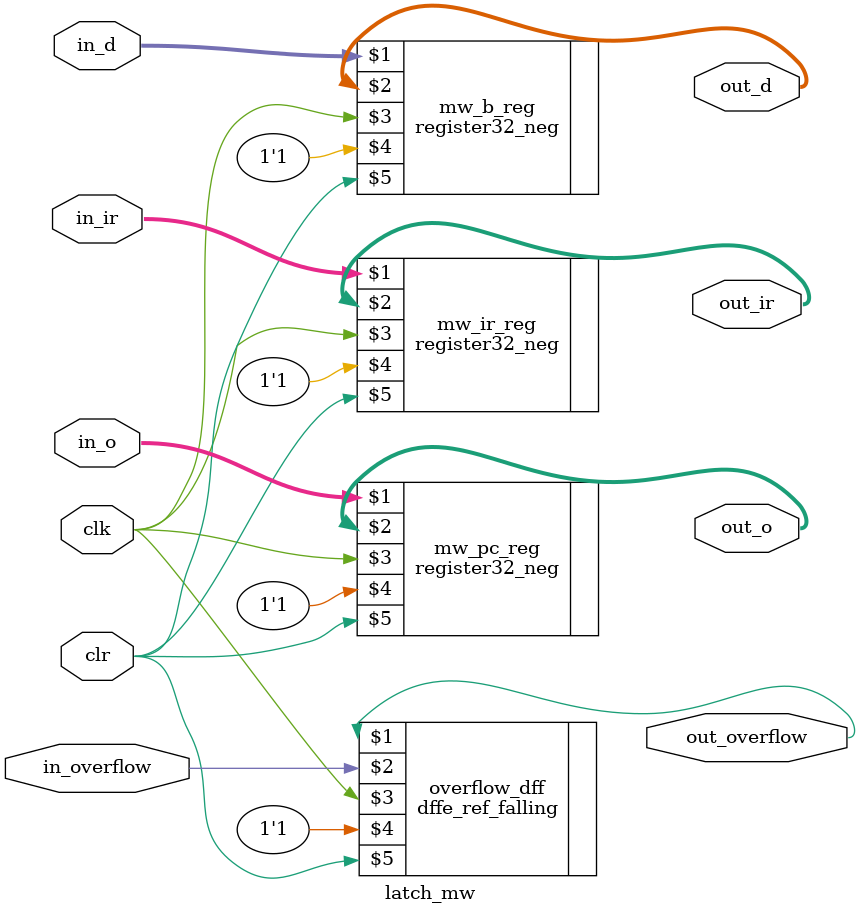
<source format=v>
module latch_mw(in_overflow, in_ir, in_o, in_d, out_ir, out_o, out_d, out_overflow,clk, clr);

    input [31:0] in_ir, in_o, in_d;
    input clk, clr, in_overflow;
    output [31:0] out_o, out_ir, out_d;
    output out_overflow;

    register32_neg mw_pc_reg(in_o, out_o, clk, 1'b1, clr);
    register32_neg mw_ir_reg(in_ir, out_ir, clk, 1'b1, clr);
    register32_neg mw_b_reg(in_d, out_d, clk, 1'b1, clr);
    dffe_ref_falling overflow_dff(out_overflow, in_overflow, clk, 1'b1, clr);
    
endmodule
</source>
